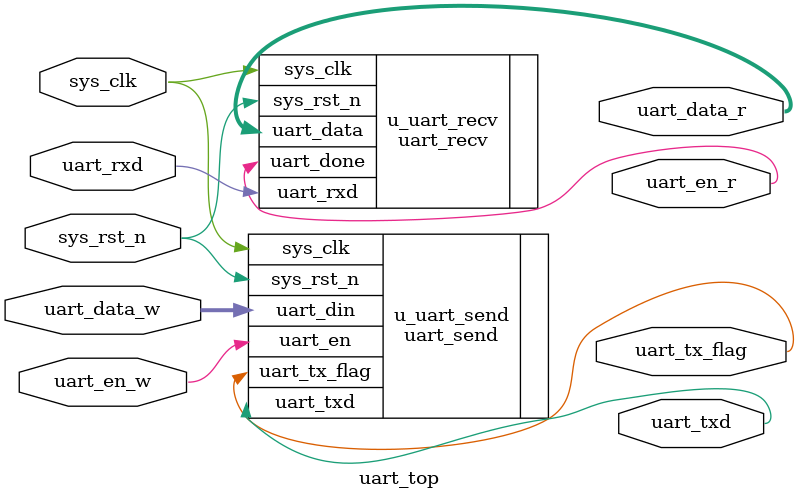
<source format=v>
module uart_top(
    input           sys_clk,          //外部50M时钟
    input           sys_rst_n,        //外部复位信号，低有效
    //uart接口
    input           uart_rxd,         //UART接收端口
    output          uart_txd,          //UART发送端口
    
    //uart内部接口
    input      [7:0]uart_data_w,
    input           uart_en_w,         //发送请求信号
    output          uart_tx_flag,      //发送完成信号
    output     [7:0]uart_data_r,       
    output          uart_en_r          //接收完成信号
    
    );
    
//parameter define
parameter  CLK_FREQ = 50000000;       //定义系统时钟频率
parameter  UART_BPS = 115200;         //定义串口波特率

//*****************************************************
//**                    main code
//*****************************************************
uart_recv #(                          //串口接收模块
    .CLK_FREQ       (CLK_FREQ),       //设置系统时钟频率
    .UART_BPS       (UART_BPS))       //设置串口接收波特率
u_uart_recv(                 
    .sys_clk        (sys_clk), 
    .sys_rst_n      (sys_rst_n),
    
    .uart_rxd       (uart_rxd),
    .uart_done      (uart_en_r),
    .uart_data      (uart_data_r)
    );
    
uart_send #(                          //串口发送模块
    .CLK_FREQ       (CLK_FREQ),       //设置系统时钟频率
    .UART_BPS       (UART_BPS))       //设置串口发送波特率
u_uart_send(                 
    .sys_clk        (sys_clk),
    .sys_rst_n      (sys_rst_n),
     
    .uart_en        (uart_en_w),
    .uart_din       (uart_data_w),
    .uart_txd       (uart_txd),
    .uart_tx_flag   (uart_tx_flag)
    );

endmodule 
</source>
